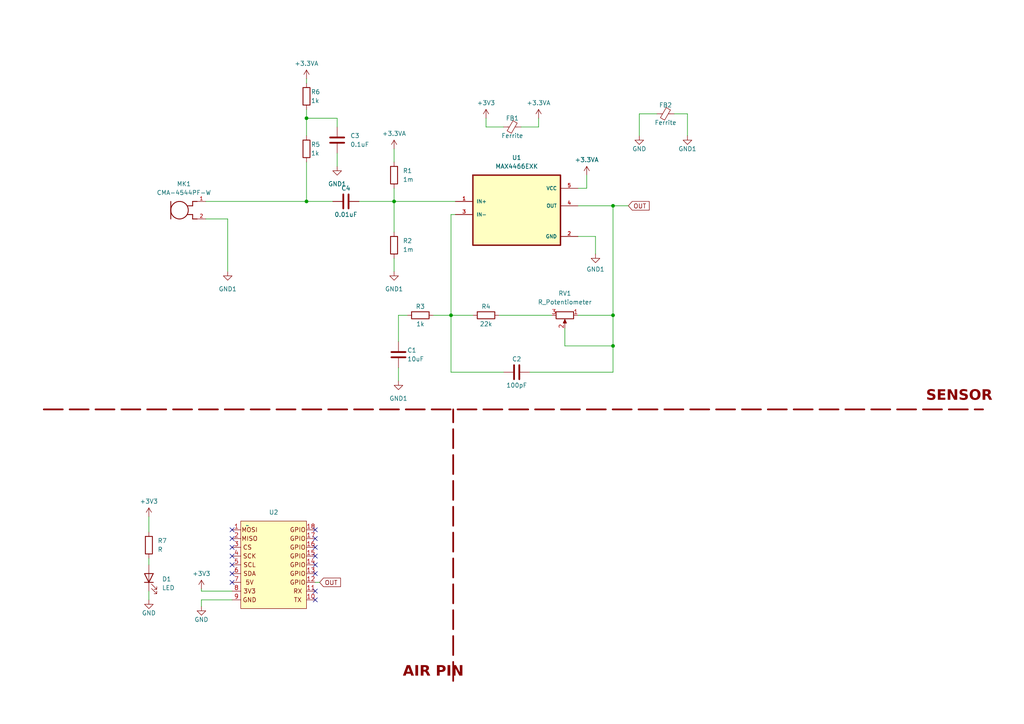
<source format=kicad_sch>
(kicad_sch (version 20230121) (generator eeschema)

  (uuid fe4f5b37-a74a-4cf3-938f-e1a8e5f5b93d)

  (paper "A4")

  (lib_symbols
    (symbol "CMA-4544PF-W:CMA-4544PF-W" (pin_names (offset 1.016)) (in_bom yes) (on_board yes)
      (property "Reference" "MK" (at -2.5409 3.8113 0)
        (effects (font (size 1.27 1.27)) (justify left bottom))
      )
      (property "Value" "CMA-4544PF-W" (at -2.5411 -6.3527 0)
        (effects (font (size 1.27 1.27)) (justify left bottom))
      )
      (property "Footprint" "MIC_CMA-4544PF-W" (at 0 0 0)
        (effects (font (size 1.27 1.27)) (justify bottom) hide)
      )
      (property "Datasheet" "" (at 0 0 0)
        (effects (font (size 1.27 1.27)) hide)
      )
      (property "MF" "CUI Inc." (at 0 0 0)
        (effects (font (size 1.27 1.27)) (justify bottom) hide)
      )
      (property "DESCRIPTION" "9.7 mm, Omnidirectional, PCB Mount, 3.0 Vdc, Electret Condenser Microphone" (at 0 0 0)
        (effects (font (size 1.27 1.27)) (justify bottom) hide)
      )
      (property "PACKAGE" "6-DIP-6 CUI" (at 0 0 0)
        (effects (font (size 1.27 1.27)) (justify bottom) hide)
      )
      (property "PRICE" "None" (at 0 0 0)
        (effects (font (size 1.27 1.27)) (justify bottom) hide)
      )
      (property "CUI_PURCHASE_URL" "https://www.cui.com/product/audio/microphones/electret-condenser-microphones/cma-4544pf-w?utm_source=snapeda.com&utm_medium=referral&utm_campaign=snapedaBOM" (at 0 0 0)
        (effects (font (size 1.27 1.27)) (justify bottom) hide)
      )
      (property "MP" "CMA-4544PF-W" (at 0 0 0)
        (effects (font (size 1.27 1.27)) (justify bottom) hide)
      )
      (property "AVAILABILITY" "Unavailable" (at 0 0 0)
        (effects (font (size 1.27 1.27)) (justify bottom) hide)
      )
      (symbol "CMA-4544PF-W_0_0"
        (polyline
          (pts
            (xy -2.54 2.54)
            (xy -2.54 -2.54)
          )
          (stroke (width 0.254) (type default))
          (fill (type none))
        )
        (polyline
          (pts
            (xy 3.81 -2.54)
            (xy 3.81 -1.27)
          )
          (stroke (width 0.254) (type default))
          (fill (type none))
        )
        (polyline
          (pts
            (xy 3.81 -1.27)
            (xy 2.2352 -1.27)
          )
          (stroke (width 0.254) (type default))
          (fill (type none))
        )
        (polyline
          (pts
            (xy 3.81 1.27)
            (xy 2.2352 1.27)
          )
          (stroke (width 0.254) (type default))
          (fill (type none))
        )
        (polyline
          (pts
            (xy 3.81 2.54)
            (xy 3.81 1.27)
          )
          (stroke (width 0.254) (type default))
          (fill (type none))
        )
        (polyline
          (pts
            (xy 5.08 -2.54)
            (xy 3.81 -2.54)
          )
          (stroke (width 0.254) (type default))
          (fill (type none))
        )
        (polyline
          (pts
            (xy 5.08 2.54)
            (xy 3.81 2.54)
          )
          (stroke (width 0.254) (type default))
          (fill (type none))
        )
        (circle (center 0 0) (radius 2.54)
          (stroke (width 0.254) (type default))
          (fill (type none))
        )
        (pin output line (at 7.62 2.54 180) (length 2.54)
          (name "~" (effects (font (size 1.016 1.016))))
          (number "1" (effects (font (size 1.016 1.016))))
        )
        (pin power_in line (at 7.62 -2.54 180) (length 2.54)
          (name "~" (effects (font (size 1.016 1.016))))
          (number "2" (effects (font (size 1.016 1.016))))
        )
      )
    )
    (symbol "Device:C" (pin_numbers hide) (pin_names (offset 0.254)) (in_bom yes) (on_board yes)
      (property "Reference" "C" (at 0.635 2.54 0)
        (effects (font (size 1.27 1.27)) (justify left))
      )
      (property "Value" "C" (at 0.635 -2.54 0)
        (effects (font (size 1.27 1.27)) (justify left))
      )
      (property "Footprint" "" (at 0.9652 -3.81 0)
        (effects (font (size 1.27 1.27)) hide)
      )
      (property "Datasheet" "~" (at 0 0 0)
        (effects (font (size 1.27 1.27)) hide)
      )
      (property "ki_keywords" "cap capacitor" (at 0 0 0)
        (effects (font (size 1.27 1.27)) hide)
      )
      (property "ki_description" "Unpolarized capacitor" (at 0 0 0)
        (effects (font (size 1.27 1.27)) hide)
      )
      (property "ki_fp_filters" "C_*" (at 0 0 0)
        (effects (font (size 1.27 1.27)) hide)
      )
      (symbol "C_0_1"
        (polyline
          (pts
            (xy -2.032 -0.762)
            (xy 2.032 -0.762)
          )
          (stroke (width 0.508) (type default))
          (fill (type none))
        )
        (polyline
          (pts
            (xy -2.032 0.762)
            (xy 2.032 0.762)
          )
          (stroke (width 0.508) (type default))
          (fill (type none))
        )
      )
      (symbol "C_1_1"
        (pin passive line (at 0 3.81 270) (length 2.794)
          (name "~" (effects (font (size 1.27 1.27))))
          (number "1" (effects (font (size 1.27 1.27))))
        )
        (pin passive line (at 0 -3.81 90) (length 2.794)
          (name "~" (effects (font (size 1.27 1.27))))
          (number "2" (effects (font (size 1.27 1.27))))
        )
      )
    )
    (symbol "Device:FerriteBead_Small" (pin_numbers hide) (pin_names (offset 0)) (in_bom yes) (on_board yes)
      (property "Reference" "FB" (at 1.905 1.27 0)
        (effects (font (size 1.27 1.27)) (justify left))
      )
      (property "Value" "FerriteBead_Small" (at 1.905 -1.27 0)
        (effects (font (size 1.27 1.27)) (justify left))
      )
      (property "Footprint" "" (at -1.778 0 90)
        (effects (font (size 1.27 1.27)) hide)
      )
      (property "Datasheet" "~" (at 0 0 0)
        (effects (font (size 1.27 1.27)) hide)
      )
      (property "ki_keywords" "L ferrite bead inductor filter" (at 0 0 0)
        (effects (font (size 1.27 1.27)) hide)
      )
      (property "ki_description" "Ferrite bead, small symbol" (at 0 0 0)
        (effects (font (size 1.27 1.27)) hide)
      )
      (property "ki_fp_filters" "Inductor_* L_* *Ferrite*" (at 0 0 0)
        (effects (font (size 1.27 1.27)) hide)
      )
      (symbol "FerriteBead_Small_0_1"
        (polyline
          (pts
            (xy 0 -1.27)
            (xy 0 -0.7874)
          )
          (stroke (width 0) (type default))
          (fill (type none))
        )
        (polyline
          (pts
            (xy 0 0.889)
            (xy 0 1.2954)
          )
          (stroke (width 0) (type default))
          (fill (type none))
        )
        (polyline
          (pts
            (xy -1.8288 0.2794)
            (xy -1.1176 1.4986)
            (xy 1.8288 -0.2032)
            (xy 1.1176 -1.4224)
            (xy -1.8288 0.2794)
          )
          (stroke (width 0) (type default))
          (fill (type none))
        )
      )
      (symbol "FerriteBead_Small_1_1"
        (pin passive line (at 0 2.54 270) (length 1.27)
          (name "~" (effects (font (size 1.27 1.27))))
          (number "1" (effects (font (size 1.27 1.27))))
        )
        (pin passive line (at 0 -2.54 90) (length 1.27)
          (name "~" (effects (font (size 1.27 1.27))))
          (number "2" (effects (font (size 1.27 1.27))))
        )
      )
    )
    (symbol "Device:LED" (pin_numbers hide) (pin_names (offset 1.016) hide) (in_bom yes) (on_board yes)
      (property "Reference" "D" (at 0 2.54 0)
        (effects (font (size 1.27 1.27)))
      )
      (property "Value" "LED" (at 0 -2.54 0)
        (effects (font (size 1.27 1.27)))
      )
      (property "Footprint" "" (at 0 0 0)
        (effects (font (size 1.27 1.27)) hide)
      )
      (property "Datasheet" "~" (at 0 0 0)
        (effects (font (size 1.27 1.27)) hide)
      )
      (property "ki_keywords" "LED diode" (at 0 0 0)
        (effects (font (size 1.27 1.27)) hide)
      )
      (property "ki_description" "Light emitting diode" (at 0 0 0)
        (effects (font (size 1.27 1.27)) hide)
      )
      (property "ki_fp_filters" "LED* LED_SMD:* LED_THT:*" (at 0 0 0)
        (effects (font (size 1.27 1.27)) hide)
      )
      (symbol "LED_0_1"
        (polyline
          (pts
            (xy -1.27 -1.27)
            (xy -1.27 1.27)
          )
          (stroke (width 0.254) (type default))
          (fill (type none))
        )
        (polyline
          (pts
            (xy -1.27 0)
            (xy 1.27 0)
          )
          (stroke (width 0) (type default))
          (fill (type none))
        )
        (polyline
          (pts
            (xy 1.27 -1.27)
            (xy 1.27 1.27)
            (xy -1.27 0)
            (xy 1.27 -1.27)
          )
          (stroke (width 0.254) (type default))
          (fill (type none))
        )
        (polyline
          (pts
            (xy -3.048 -0.762)
            (xy -4.572 -2.286)
            (xy -3.81 -2.286)
            (xy -4.572 -2.286)
            (xy -4.572 -1.524)
          )
          (stroke (width 0) (type default))
          (fill (type none))
        )
        (polyline
          (pts
            (xy -1.778 -0.762)
            (xy -3.302 -2.286)
            (xy -2.54 -2.286)
            (xy -3.302 -2.286)
            (xy -3.302 -1.524)
          )
          (stroke (width 0) (type default))
          (fill (type none))
        )
      )
      (symbol "LED_1_1"
        (pin passive line (at -3.81 0 0) (length 2.54)
          (name "K" (effects (font (size 1.27 1.27))))
          (number "1" (effects (font (size 1.27 1.27))))
        )
        (pin passive line (at 3.81 0 180) (length 2.54)
          (name "A" (effects (font (size 1.27 1.27))))
          (number "2" (effects (font (size 1.27 1.27))))
        )
      )
    )
    (symbol "Device:R" (pin_numbers hide) (pin_names (offset 0)) (in_bom yes) (on_board yes)
      (property "Reference" "R" (at 2.032 0 90)
        (effects (font (size 1.27 1.27)))
      )
      (property "Value" "R" (at 0 0 90)
        (effects (font (size 1.27 1.27)))
      )
      (property "Footprint" "" (at -1.778 0 90)
        (effects (font (size 1.27 1.27)) hide)
      )
      (property "Datasheet" "~" (at 0 0 0)
        (effects (font (size 1.27 1.27)) hide)
      )
      (property "ki_keywords" "R res resistor" (at 0 0 0)
        (effects (font (size 1.27 1.27)) hide)
      )
      (property "ki_description" "Resistor" (at 0 0 0)
        (effects (font (size 1.27 1.27)) hide)
      )
      (property "ki_fp_filters" "R_*" (at 0 0 0)
        (effects (font (size 1.27 1.27)) hide)
      )
      (symbol "R_0_1"
        (rectangle (start -1.016 -2.54) (end 1.016 2.54)
          (stroke (width 0.254) (type default))
          (fill (type none))
        )
      )
      (symbol "R_1_1"
        (pin passive line (at 0 3.81 270) (length 1.27)
          (name "~" (effects (font (size 1.27 1.27))))
          (number "1" (effects (font (size 1.27 1.27))))
        )
        (pin passive line (at 0 -3.81 90) (length 1.27)
          (name "~" (effects (font (size 1.27 1.27))))
          (number "2" (effects (font (size 1.27 1.27))))
        )
      )
    )
    (symbol "Device:R_Potentiometer" (pin_names (offset 1.016) hide) (in_bom yes) (on_board yes)
      (property "Reference" "RV" (at -4.445 0 90)
        (effects (font (size 1.27 1.27)))
      )
      (property "Value" "R_Potentiometer" (at -2.54 0 90)
        (effects (font (size 1.27 1.27)))
      )
      (property "Footprint" "" (at 0 0 0)
        (effects (font (size 1.27 1.27)) hide)
      )
      (property "Datasheet" "~" (at 0 0 0)
        (effects (font (size 1.27 1.27)) hide)
      )
      (property "ki_keywords" "resistor variable" (at 0 0 0)
        (effects (font (size 1.27 1.27)) hide)
      )
      (property "ki_description" "Potentiometer" (at 0 0 0)
        (effects (font (size 1.27 1.27)) hide)
      )
      (property "ki_fp_filters" "Potentiometer*" (at 0 0 0)
        (effects (font (size 1.27 1.27)) hide)
      )
      (symbol "R_Potentiometer_0_1"
        (polyline
          (pts
            (xy 2.54 0)
            (xy 1.524 0)
          )
          (stroke (width 0) (type default))
          (fill (type none))
        )
        (polyline
          (pts
            (xy 1.143 0)
            (xy 2.286 0.508)
            (xy 2.286 -0.508)
            (xy 1.143 0)
          )
          (stroke (width 0) (type default))
          (fill (type outline))
        )
        (rectangle (start 1.016 2.54) (end -1.016 -2.54)
          (stroke (width 0.254) (type default))
          (fill (type none))
        )
      )
      (symbol "R_Potentiometer_1_1"
        (pin passive line (at 0 3.81 270) (length 1.27)
          (name "1" (effects (font (size 1.27 1.27))))
          (number "1" (effects (font (size 1.27 1.27))))
        )
        (pin passive line (at 3.81 0 180) (length 1.27)
          (name "2" (effects (font (size 1.27 1.27))))
          (number "2" (effects (font (size 1.27 1.27))))
        )
        (pin passive line (at 0 -3.81 90) (length 1.27)
          (name "3" (effects (font (size 1.27 1.27))))
          (number "3" (effects (font (size 1.27 1.27))))
        )
      )
    )
    (symbol "MAX4466EXK:MAX4466EXK" (pin_names (offset 1.016)) (in_bom yes) (on_board yes)
      (property "Reference" "U1" (at 0 15.24 0)
        (effects (font (size 1.27 1.27)))
      )
      (property "Value" "MAX4466EXK" (at 0 12.7 0)
        (effects (font (size 1.27 1.27)))
      )
      (property "Footprint" "SOT65P210X110-5N" (at 0 0 0)
        (effects (font (size 1.27 1.27)) (justify bottom) hide)
      )
      (property "Datasheet" "" (at 0 0 0)
        (effects (font (size 1.27 1.27)) hide)
      )
      (symbol "MAX4466EXK_0_0"
        (rectangle (start -12.7 -10.16) (end 12.7 10.16)
          (stroke (width 0.41) (type default))
          (fill (type background))
        )
        (pin input line (at -17.78 2.54 0) (length 5.08)
          (name "IN+" (effects (font (size 1.016 1.016))))
          (number "1" (effects (font (size 1.016 1.016))))
        )
        (pin power_in line (at 17.78 -7.62 180) (length 5.08)
          (name "GND" (effects (font (size 1.016 1.016))))
          (number "2" (effects (font (size 1.016 1.016))))
        )
        (pin output line (at 17.78 1.27 180) (length 5.08)
          (name "OUT" (effects (font (size 1.016 1.016))))
          (number "4" (effects (font (size 1.016 1.016))))
        )
        (pin power_in line (at 17.78 6.35 180) (length 5.08)
          (name "VCC" (effects (font (size 1.016 1.016))))
          (number "5" (effects (font (size 1.016 1.016))))
        )
      )
      (symbol "MAX4466EXK_1_0"
        (pin input line (at -17.78 -1.27 0) (length 5.08)
          (name "IN-" (effects (font (size 1.016 1.016))))
          (number "3" (effects (font (size 1.016 1.016))))
        )
      )
    )
    (symbol "moduler_pin:air" (in_bom yes) (on_board yes)
      (property "Reference" "U" (at 7.62 2.54 0)
        (effects (font (size 1.27 1.27)))
      )
      (property "Value" "" (at 0 0 0)
        (effects (font (size 1.27 1.27)))
      )
      (property "Footprint" "" (at 0 0 0)
        (effects (font (size 1.27 1.27)) hide)
      )
      (property "Datasheet" "" (at 0 0 0)
        (effects (font (size 1.27 1.27)) hide)
      )
      (symbol "air_1_1"
        (rectangle (start -1.905 1.27) (end 17.145 -24.13)
          (stroke (width 0) (type default))
          (fill (type background))
        )
        (text "3V3" (at 0.635 -19.05 0)
          (effects (font (size 1.27 1.27)))
        )
        (text "5V" (at 0.635 -16.51 0)
          (effects (font (size 1.27 1.27)))
        )
        (text "CS" (at 0 -6.35 0)
          (effects (font (size 1.27 1.27)))
        )
        (text "GND" (at 0.635 -21.59 0)
          (effects (font (size 1.27 1.27)))
        )
        (text "GPIO" (at 14.605 -16.51 0)
          (effects (font (size 1.27 1.27)))
        )
        (text "GPIO" (at 14.605 -13.97 0)
          (effects (font (size 1.27 1.27)))
        )
        (text "GPIO" (at 14.605 -11.43 0)
          (effects (font (size 1.27 1.27)))
        )
        (text "GPIO" (at 14.605 -8.89 0)
          (effects (font (size 1.27 1.27)))
        )
        (text "GPIO" (at 14.605 -6.35 0)
          (effects (font (size 1.27 1.27)))
        )
        (text "GPIO" (at 14.605 -3.81 0)
          (effects (font (size 1.27 1.27)))
        )
        (text "GPIO" (at 14.605 -1.27 0)
          (effects (font (size 1.27 1.27)))
        )
        (text "MISO" (at 0.635 -3.81 0)
          (effects (font (size 1.27 1.27)))
        )
        (text "MOSI" (at 0.635 -1.27 0)
          (effects (font (size 1.27 1.27)))
        )
        (text "RX" (at 14.605 -19.05 0)
          (effects (font (size 1.27 1.27)))
        )
        (text "SCK" (at 0.635 -8.89 0)
          (effects (font (size 1.27 1.27)))
        )
        (text "SCL" (at 0.635 -11.43 0)
          (effects (font (size 1.27 1.27)))
        )
        (text "SDA" (at 0.635 -13.97 0)
          (effects (font (size 1.27 1.27)))
        )
        (text "TX" (at 14.605 -21.59 0)
          (effects (font (size 1.27 1.27)))
        )
        (pin input line (at -4.445 -1.27 0) (length 2.54)
          (name "" (effects (font (size 1.27 1.27))))
          (number "1" (effects (font (size 1.27 1.27))))
        )
        (pin input line (at 19.685 -21.59 180) (length 2.54)
          (name "" (effects (font (size 1.27 1.27))))
          (number "10" (effects (font (size 1.27 1.27))))
        )
        (pin input line (at 19.685 -19.05 180) (length 2.54)
          (name "" (effects (font (size 1.27 1.27))))
          (number "11" (effects (font (size 1.27 1.27))))
        )
        (pin input line (at 19.685 -16.51 180) (length 2.54)
          (name "" (effects (font (size 1.27 1.27))))
          (number "12" (effects (font (size 1.27 1.27))))
        )
        (pin input line (at 19.685 -13.97 180) (length 2.54)
          (name "" (effects (font (size 1.27 1.27))))
          (number "13" (effects (font (size 1.27 1.27))))
        )
        (pin input line (at 19.685 -11.43 180) (length 2.54)
          (name "" (effects (font (size 1.27 1.27))))
          (number "14" (effects (font (size 1.27 1.27))))
        )
        (pin input line (at 19.685 -8.89 180) (length 2.54)
          (name "" (effects (font (size 1.27 1.27))))
          (number "15" (effects (font (size 1.27 1.27))))
        )
        (pin input line (at 19.685 -6.35 180) (length 2.54)
          (name "" (effects (font (size 1.27 1.27))))
          (number "16" (effects (font (size 1.27 1.27))))
        )
        (pin input line (at 19.685 -3.81 180) (length 2.54)
          (name "" (effects (font (size 1.27 1.27))))
          (number "17" (effects (font (size 1.27 1.27))))
        )
        (pin input line (at 19.685 -1.27 180) (length 2.54)
          (name "" (effects (font (size 1.27 1.27))))
          (number "18" (effects (font (size 1.27 1.27))))
        )
        (pin input line (at -4.445 -3.81 0) (length 2.54)
          (name "" (effects (font (size 1.27 1.27))))
          (number "2" (effects (font (size 1.27 1.27))))
        )
        (pin input line (at -4.445 -6.35 0) (length 2.54)
          (name "" (effects (font (size 1.27 1.27))))
          (number "3" (effects (font (size 1.27 1.27))))
        )
        (pin input line (at -4.445 -8.89 0) (length 2.54)
          (name "" (effects (font (size 1.27 1.27))))
          (number "4" (effects (font (size 1.27 1.27))))
        )
        (pin input line (at -4.445 -11.43 0) (length 2.54)
          (name "" (effects (font (size 1.27 1.27))))
          (number "5" (effects (font (size 1.27 1.27))))
        )
        (pin input line (at -4.445 -13.97 0) (length 2.54)
          (name "" (effects (font (size 1.27 1.27))))
          (number "6" (effects (font (size 1.27 1.27))))
        )
        (pin input line (at -4.445 -16.51 0) (length 2.54)
          (name "" (effects (font (size 1.27 1.27))))
          (number "7" (effects (font (size 1.27 1.27))))
        )
        (pin input line (at -4.445 -19.05 0) (length 2.54)
          (name "" (effects (font (size 1.27 1.27))))
          (number "8" (effects (font (size 1.27 1.27))))
        )
        (pin input line (at -4.445 -21.59 0) (length 2.54)
          (name "" (effects (font (size 1.27 1.27))))
          (number "9" (effects (font (size 1.27 1.27))))
        )
      )
    )
    (symbol "power:+3.3VA" (power) (pin_names (offset 0)) (in_bom yes) (on_board yes)
      (property "Reference" "#PWR" (at 0 -3.81 0)
        (effects (font (size 1.27 1.27)) hide)
      )
      (property "Value" "+3.3VA" (at 0 3.556 0)
        (effects (font (size 1.27 1.27)))
      )
      (property "Footprint" "" (at 0 0 0)
        (effects (font (size 1.27 1.27)) hide)
      )
      (property "Datasheet" "" (at 0 0 0)
        (effects (font (size 1.27 1.27)) hide)
      )
      (property "ki_keywords" "global power" (at 0 0 0)
        (effects (font (size 1.27 1.27)) hide)
      )
      (property "ki_description" "Power symbol creates a global label with name \"+3.3VA\"" (at 0 0 0)
        (effects (font (size 1.27 1.27)) hide)
      )
      (symbol "+3.3VA_0_1"
        (polyline
          (pts
            (xy -0.762 1.27)
            (xy 0 2.54)
          )
          (stroke (width 0) (type default))
          (fill (type none))
        )
        (polyline
          (pts
            (xy 0 0)
            (xy 0 2.54)
          )
          (stroke (width 0) (type default))
          (fill (type none))
        )
        (polyline
          (pts
            (xy 0 2.54)
            (xy 0.762 1.27)
          )
          (stroke (width 0) (type default))
          (fill (type none))
        )
      )
      (symbol "+3.3VA_1_1"
        (pin power_in line (at 0 0 90) (length 0) hide
          (name "+3.3VA" (effects (font (size 1.27 1.27))))
          (number "1" (effects (font (size 1.27 1.27))))
        )
      )
    )
    (symbol "power:+3V3" (power) (pin_names (offset 0)) (in_bom yes) (on_board yes)
      (property "Reference" "#PWR" (at 0 -3.81 0)
        (effects (font (size 1.27 1.27)) hide)
      )
      (property "Value" "+3V3" (at 0 3.556 0)
        (effects (font (size 1.27 1.27)))
      )
      (property "Footprint" "" (at 0 0 0)
        (effects (font (size 1.27 1.27)) hide)
      )
      (property "Datasheet" "" (at 0 0 0)
        (effects (font (size 1.27 1.27)) hide)
      )
      (property "ki_keywords" "global power" (at 0 0 0)
        (effects (font (size 1.27 1.27)) hide)
      )
      (property "ki_description" "Power symbol creates a global label with name \"+3V3\"" (at 0 0 0)
        (effects (font (size 1.27 1.27)) hide)
      )
      (symbol "+3V3_0_1"
        (polyline
          (pts
            (xy -0.762 1.27)
            (xy 0 2.54)
          )
          (stroke (width 0) (type default))
          (fill (type none))
        )
        (polyline
          (pts
            (xy 0 0)
            (xy 0 2.54)
          )
          (stroke (width 0) (type default))
          (fill (type none))
        )
        (polyline
          (pts
            (xy 0 2.54)
            (xy 0.762 1.27)
          )
          (stroke (width 0) (type default))
          (fill (type none))
        )
      )
      (symbol "+3V3_1_1"
        (pin power_in line (at 0 0 90) (length 0) hide
          (name "+3V3" (effects (font (size 1.27 1.27))))
          (number "1" (effects (font (size 1.27 1.27))))
        )
      )
    )
    (symbol "power:GND" (power) (pin_names (offset 0)) (in_bom yes) (on_board yes)
      (property "Reference" "#PWR" (at 0 -6.35 0)
        (effects (font (size 1.27 1.27)) hide)
      )
      (property "Value" "GND" (at 0 -3.81 0)
        (effects (font (size 1.27 1.27)))
      )
      (property "Footprint" "" (at 0 0 0)
        (effects (font (size 1.27 1.27)) hide)
      )
      (property "Datasheet" "" (at 0 0 0)
        (effects (font (size 1.27 1.27)) hide)
      )
      (property "ki_keywords" "global power" (at 0 0 0)
        (effects (font (size 1.27 1.27)) hide)
      )
      (property "ki_description" "Power symbol creates a global label with name \"GND\" , ground" (at 0 0 0)
        (effects (font (size 1.27 1.27)) hide)
      )
      (symbol "GND_0_1"
        (polyline
          (pts
            (xy 0 0)
            (xy 0 -1.27)
            (xy 1.27 -1.27)
            (xy 0 -2.54)
            (xy -1.27 -1.27)
            (xy 0 -1.27)
          )
          (stroke (width 0) (type default))
          (fill (type none))
        )
      )
      (symbol "GND_1_1"
        (pin power_in line (at 0 0 270) (length 0) hide
          (name "GND" (effects (font (size 1.27 1.27))))
          (number "1" (effects (font (size 1.27 1.27))))
        )
      )
    )
    (symbol "power:GND1" (power) (pin_names (offset 0)) (in_bom yes) (on_board yes)
      (property "Reference" "#PWR" (at 0 -6.35 0)
        (effects (font (size 1.27 1.27)) hide)
      )
      (property "Value" "GND1" (at 0 -3.81 0)
        (effects (font (size 1.27 1.27)))
      )
      (property "Footprint" "" (at 0 0 0)
        (effects (font (size 1.27 1.27)) hide)
      )
      (property "Datasheet" "" (at 0 0 0)
        (effects (font (size 1.27 1.27)) hide)
      )
      (property "ki_keywords" "global power" (at 0 0 0)
        (effects (font (size 1.27 1.27)) hide)
      )
      (property "ki_description" "Power symbol creates a global label with name \"GND1\" , ground" (at 0 0 0)
        (effects (font (size 1.27 1.27)) hide)
      )
      (symbol "GND1_0_1"
        (polyline
          (pts
            (xy 0 0)
            (xy 0 -1.27)
            (xy 1.27 -1.27)
            (xy 0 -2.54)
            (xy -1.27 -1.27)
            (xy 0 -1.27)
          )
          (stroke (width 0) (type default))
          (fill (type none))
        )
      )
      (symbol "GND1_1_1"
        (pin power_in line (at 0 0 270) (length 0) hide
          (name "GND1" (effects (font (size 1.27 1.27))))
          (number "1" (effects (font (size 1.27 1.27))))
        )
      )
    )
  )

  (junction (at 114.3 58.42) (diameter 0) (color 0 0 0 0)
    (uuid 026c2919-2b30-4963-bb1a-0fef8dc75c66)
  )
  (junction (at 177.8 100.33) (diameter 0) (color 0 0 0 0)
    (uuid 0ac23bac-1193-4d38-9e18-1b0ef5eb40a6)
  )
  (junction (at 177.8 59.69) (diameter 0) (color 0 0 0 0)
    (uuid 38444ff8-a720-4068-802a-9d001a8bd921)
  )
  (junction (at 88.9 58.42) (diameter 0) (color 0 0 0 0)
    (uuid 8b76124c-1622-4d08-882c-9e81a2cba29e)
  )
  (junction (at 130.81 91.44) (diameter 0) (color 0 0 0 0)
    (uuid 990ed54d-ecf3-42b9-acbf-0df6e23072ce)
  )
  (junction (at 88.9 34.29) (diameter 0) (color 0 0 0 0)
    (uuid ad3223de-704d-4c4a-a230-acbd31787439)
  )
  (junction (at 177.8 91.44) (diameter 0) (color 0 0 0 0)
    (uuid ce0bdf2e-b106-4423-b33d-d41607ab5dbc)
  )

  (no_connect (at 91.44 166.37) (uuid 00af0a75-5d6f-4b42-bb9c-914230948567))
  (no_connect (at 91.44 163.83) (uuid 0771f167-1371-415d-97f3-e65866a8aab3))
  (no_connect (at 91.44 153.67) (uuid 14fa109e-2dbd-4045-9fca-1ad54d5c45a5))
  (no_connect (at 67.31 156.21) (uuid 27818f7b-1899-4b23-9c0a-6670360137d3))
  (no_connect (at 91.44 158.75) (uuid 2930ee78-680a-404d-bdc8-bc113b89a348))
  (no_connect (at 67.31 161.29) (uuid 3aeb497e-3ac8-40bc-ba39-f93215df09aa))
  (no_connect (at 67.31 158.75) (uuid 53ce8306-2dac-46c3-9cb1-1fb40c75e784))
  (no_connect (at 91.44 161.29) (uuid 586476a1-1910-4996-bbc6-9acbbfef60fc))
  (no_connect (at 91.44 173.99) (uuid 6644cc61-cea9-48c8-bacc-207ebf32487a))
  (no_connect (at 91.44 156.21) (uuid 77790154-d8e3-4ee6-8c02-29b3efcca4bb))
  (no_connect (at 67.31 163.83) (uuid 92e8421b-a58a-4240-9414-3bba7e3b41b2))
  (no_connect (at 67.31 153.67) (uuid a40a1173-8ce0-406f-9a25-9ba5deb11edb))
  (no_connect (at 91.44 171.45) (uuid a705dc08-c062-4320-92f6-28ad1e133b43))
  (no_connect (at 67.31 166.37) (uuid a7bcd992-b766-433b-b888-856bc14e1a55))
  (no_connect (at 67.31 168.91) (uuid ab9792e4-1ed3-439d-a082-39ac911fd043))

  (wire (pts (xy 177.8 91.44) (xy 177.8 59.69))
    (stroke (width 0) (type default))
    (uuid 074798ca-632e-4699-bce6-7d140aff5674)
  )
  (wire (pts (xy 163.83 95.25) (xy 163.83 100.33))
    (stroke (width 0) (type default))
    (uuid 0ab1a675-581b-47bc-b6e0-987e60a27058)
  )
  (wire (pts (xy 114.3 58.42) (xy 114.3 54.61))
    (stroke (width 0) (type default))
    (uuid 0cf9e03c-21c3-47bc-b7ce-af753ee240be)
  )
  (wire (pts (xy 88.9 46.99) (xy 88.9 58.42))
    (stroke (width 0) (type default))
    (uuid 14d507d9-4833-4f3e-90c8-d0b23891fb4d)
  )
  (wire (pts (xy 43.18 161.925) (xy 43.18 163.83))
    (stroke (width 0) (type default))
    (uuid 18c25f84-08f5-40fe-82a1-a5c46a233754)
  )
  (wire (pts (xy 58.42 170.815) (xy 58.42 171.45))
    (stroke (width 0) (type default))
    (uuid 29aa0790-a6a2-4b33-ad79-92103282ef8d)
  )
  (wire (pts (xy 156.21 36.83) (xy 151.13 36.83))
    (stroke (width 0) (type default))
    (uuid 2ae42e8e-cd6d-453b-9dd7-e1c6c5569db0)
  )
  (wire (pts (xy 88.9 58.42) (xy 96.52 58.42))
    (stroke (width 0) (type default))
    (uuid 37254408-b8f0-431d-9762-0db16e02fbbf)
  )
  (wire (pts (xy 153.67 107.95) (xy 177.8 107.95))
    (stroke (width 0) (type default))
    (uuid 38d71a52-57c8-4fd3-9d96-6707119eaa9b)
  )
  (wire (pts (xy 195.58 33.02) (xy 199.39 33.02))
    (stroke (width 0) (type default))
    (uuid 3abce8c3-3a51-4321-96ff-f7bdffe76610)
  )
  (wire (pts (xy 58.42 171.45) (xy 67.31 171.45))
    (stroke (width 0) (type default))
    (uuid 3c0a9ce4-b8de-4924-8b52-bc946d280786)
  )
  (wire (pts (xy 88.9 22.86) (xy 88.9 24.13))
    (stroke (width 0) (type default))
    (uuid 422599e4-367d-4e87-8df8-e0d9f75641d4)
  )
  (wire (pts (xy 177.8 107.95) (xy 177.8 100.33))
    (stroke (width 0) (type default))
    (uuid 4e426d1f-c480-4976-811e-3a8a36c5f1b3)
  )
  (wire (pts (xy 170.18 54.61) (xy 167.64 54.61))
    (stroke (width 0) (type default))
    (uuid 53459f21-d07c-442d-ba1b-ac3a5e55b170)
  )
  (wire (pts (xy 132.08 62.23) (xy 130.81 62.23))
    (stroke (width 0) (type default))
    (uuid 571bd0aa-0948-4ad5-9c18-7e6cdef59d85)
  )
  (wire (pts (xy 118.11 91.44) (xy 115.57 91.44))
    (stroke (width 0) (type default))
    (uuid 5757ca91-795a-4f55-aa42-07960c4aac30)
  )
  (wire (pts (xy 88.9 31.75) (xy 88.9 34.29))
    (stroke (width 0) (type default))
    (uuid 5787cad1-da6b-4f75-82eb-f9431da3766b)
  )
  (wire (pts (xy 144.78 91.44) (xy 160.02 91.44))
    (stroke (width 0) (type default))
    (uuid 5ae10deb-8e68-4f04-ad59-a6a0135d19db)
  )
  (wire (pts (xy 115.57 91.44) (xy 115.57 99.06))
    (stroke (width 0) (type default))
    (uuid 5c4b0bfe-02dd-4f85-849d-c83aa1b45800)
  )
  (wire (pts (xy 114.3 58.42) (xy 114.3 67.31))
    (stroke (width 0) (type default))
    (uuid 5dd4b1a1-db6b-49b2-b935-22e0177a6c62)
  )
  (wire (pts (xy 156.21 34.29) (xy 156.21 36.83))
    (stroke (width 0) (type default))
    (uuid 5e42e5ca-70ef-4e19-9548-eb3677eeb156)
  )
  (wire (pts (xy 185.42 33.02) (xy 185.42 39.37))
    (stroke (width 0) (type default))
    (uuid 61e38f9b-f1b3-4f8e-8eb9-ddc91e7c729b)
  )
  (wire (pts (xy 125.73 91.44) (xy 130.81 91.44))
    (stroke (width 0) (type default))
    (uuid 6411786f-67e4-4106-a868-b66fdc3a6564)
  )
  (wire (pts (xy 130.81 91.44) (xy 137.16 91.44))
    (stroke (width 0) (type default))
    (uuid 646d1a93-51e5-4f3e-a624-4627262d7fd5)
  )
  (wire (pts (xy 177.8 59.69) (xy 182.245 59.69))
    (stroke (width 0) (type default))
    (uuid 6fbe396c-3a91-48ba-aace-f716459425e4)
  )
  (polyline (pts (xy 12.7 118.745) (xy 285.115 118.745))
    (stroke (width 0.5) (type dash) (color 132 0 0 1))
    (uuid 6fe0cc6e-71da-4ae6-8c29-259083481a58)
  )

  (wire (pts (xy 130.81 62.23) (xy 130.81 91.44))
    (stroke (width 0) (type default))
    (uuid 75f9166b-96b1-4c26-8b29-3a193dec5246)
  )
  (wire (pts (xy 59.69 63.5) (xy 66.04 63.5))
    (stroke (width 0) (type default))
    (uuid 7fb7e802-bf04-417e-a9d9-40eba165a469)
  )
  (wire (pts (xy 58.42 175.895) (xy 58.42 173.99))
    (stroke (width 0) (type default))
    (uuid 8274e79d-f090-4b2b-a90c-3ca7ea78bb02)
  )
  (wire (pts (xy 114.3 43.18) (xy 114.3 46.99))
    (stroke (width 0) (type default))
    (uuid 89330c9a-2994-47fd-9dcb-4b801061f481)
  )
  (wire (pts (xy 43.18 173.99) (xy 43.18 171.45))
    (stroke (width 0) (type default))
    (uuid 8af83f34-1242-46b2-a644-2863012aff03)
  )
  (wire (pts (xy 59.69 58.42) (xy 88.9 58.42))
    (stroke (width 0) (type default))
    (uuid 8dd1c5a8-ea24-4919-a8c2-c1394e006224)
  )
  (wire (pts (xy 177.8 100.33) (xy 177.8 91.44))
    (stroke (width 0) (type default))
    (uuid 8ec53833-508a-49cd-9746-8f9b82258ac7)
  )
  (wire (pts (xy 199.39 33.02) (xy 199.39 39.37))
    (stroke (width 0) (type default))
    (uuid 9121da23-f889-4a41-9341-863b70a8328d)
  )
  (wire (pts (xy 43.18 149.86) (xy 43.18 154.305))
    (stroke (width 0) (type default))
    (uuid 93459e30-dc48-4d5b-92c9-1492407651a2)
  )
  (wire (pts (xy 132.08 58.42) (xy 114.3 58.42))
    (stroke (width 0) (type default))
    (uuid 943c0d92-1237-464a-86bd-75b3012c8484)
  )
  (wire (pts (xy 88.9 34.29) (xy 88.9 39.37))
    (stroke (width 0) (type default))
    (uuid 963cb0ff-b4d4-45bb-b101-f2da27555a9c)
  )
  (wire (pts (xy 92.71 168.91) (xy 91.44 168.91))
    (stroke (width 0) (type default))
    (uuid 96e8ea5d-cda3-4685-b499-dda6850fe586)
  )
  (wire (pts (xy 130.81 107.95) (xy 146.05 107.95))
    (stroke (width 0) (type default))
    (uuid 99167cbc-f68a-49a1-a0f3-e370bf5c0b9e)
  )
  (wire (pts (xy 58.42 173.99) (xy 67.31 173.99))
    (stroke (width 0) (type default))
    (uuid a263fc70-f247-4b14-b680-2d9b6a6fe0ad)
  )
  (wire (pts (xy 177.8 59.69) (xy 167.64 59.69))
    (stroke (width 0) (type default))
    (uuid a8f7ebff-07a2-44f5-9060-d7da29244d67)
  )
  (wire (pts (xy 66.04 63.5) (xy 66.04 78.74))
    (stroke (width 0) (type default))
    (uuid ada80512-b34e-428a-8aab-273a0da42d3b)
  )
  (wire (pts (xy 170.18 50.8) (xy 170.18 54.61))
    (stroke (width 0) (type default))
    (uuid ae04640c-c6e2-47a1-b9ff-380ac7458d06)
  )
  (polyline (pts (xy 131.445 197.485) (xy 131.445 118.745))
    (stroke (width 0.5) (type dash) (color 132 0 0 1))
    (uuid ae99a9ab-b7e8-4d4f-9634-43f121a12c55)
  )

  (wire (pts (xy 163.83 100.33) (xy 177.8 100.33))
    (stroke (width 0) (type default))
    (uuid b15e9d98-23ed-4594-8428-6b364bf31709)
  )
  (wire (pts (xy 167.64 91.44) (xy 177.8 91.44))
    (stroke (width 0) (type default))
    (uuid b8640412-d691-4f9e-8ddb-06de16122866)
  )
  (wire (pts (xy 97.79 44.45) (xy 97.79 48.26))
    (stroke (width 0) (type default))
    (uuid ba0760ff-26e4-4d7a-b09e-edc8506bb205)
  )
  (wire (pts (xy 130.81 91.44) (xy 130.81 107.95))
    (stroke (width 0) (type default))
    (uuid bdd52579-582a-472c-9c80-a62bc602a60d)
  )
  (wire (pts (xy 140.97 34.29) (xy 140.97 36.83))
    (stroke (width 0) (type default))
    (uuid c93cbd7c-add7-44e9-83dc-e4ea49206f5f)
  )
  (wire (pts (xy 88.9 34.29) (xy 97.79 34.29))
    (stroke (width 0) (type default))
    (uuid d2968bf1-1aa3-4364-b083-8d730f25ea90)
  )
  (wire (pts (xy 114.3 74.93) (xy 114.3 78.74))
    (stroke (width 0) (type default))
    (uuid de8c5ca1-5027-48ec-9ae0-dd5af249cdc2)
  )
  (wire (pts (xy 140.97 36.83) (xy 146.05 36.83))
    (stroke (width 0) (type default))
    (uuid dec30251-9f6d-4b9e-8770-eefb1883fac0)
  )
  (wire (pts (xy 104.14 58.42) (xy 114.3 58.42))
    (stroke (width 0) (type default))
    (uuid e8b5a4f0-e608-4dc2-a6d2-41d6cc04cbac)
  )
  (wire (pts (xy 172.72 68.58) (xy 167.64 68.58))
    (stroke (width 0) (type default))
    (uuid ebd650c4-b02e-4b59-908e-313af3deb234)
  )
  (wire (pts (xy 172.72 73.66) (xy 172.72 68.58))
    (stroke (width 0) (type default))
    (uuid fbfda5d5-7410-4848-8878-abc38a7fa18d)
  )
  (wire (pts (xy 115.57 106.68) (xy 115.57 110.49))
    (stroke (width 0) (type default))
    (uuid fbff5ace-6a54-4eec-a7f5-6b2022a409ec)
  )
  (wire (pts (xy 97.79 36.83) (xy 97.79 34.29))
    (stroke (width 0) (type default))
    (uuid fcfaceef-14aa-4529-be17-46027bd8f7eb)
  )
  (wire (pts (xy 190.5 33.02) (xy 185.42 33.02))
    (stroke (width 0) (type default))
    (uuid ff06edcc-8491-49f1-b7dd-2dd471d31433)
  )

  (text "SENSOR" (at 268.605 117.475 0)
    (effects (font (face "Calibri") (size 3 3) (thickness 0.6) bold (color 132 0 0 1)) (justify left bottom))
    (uuid 0f57328c-2aaf-4163-9a1c-a62438455703)
  )
  (text "AIR PIN\n" (at 116.84 197.485 0)
    (effects (font (face "Calibri") (size 3 3) (thickness 0.6) bold (color 132 0 0 1)) (justify left bottom))
    (uuid 6b8efdfa-09b8-49d1-a90d-b4f418043928)
  )

  (global_label "OUT" (shape input) (at 182.245 59.69 0) (fields_autoplaced)
    (effects (font (size 1.27 1.27)) (justify left))
    (uuid 271c20c2-743e-4cc2-a901-3f7a82f77c84)
    (property "Intersheetrefs" "${INTERSHEET_REFS}" (at 188.7794 59.69 0)
      (effects (font (size 1.27 1.27)) (justify left) hide)
    )
  )
  (global_label "OUT" (shape input) (at 92.71 168.91 0) (fields_autoplaced)
    (effects (font (size 1.27 1.27)) (justify left))
    (uuid e1061429-2af2-412e-8c0e-0488d2583c79)
    (property "Intersheetrefs" "${INTERSHEET_REFS}" (at 99.2444 168.91 0)
      (effects (font (size 1.27 1.27)) (justify left) hide)
    )
  )

  (symbol (lib_id "power:GND") (at 58.42 175.895 0) (unit 1)
    (in_bom yes) (on_board yes) (dnp no)
    (uuid 0546b89e-4f75-40d0-b5f5-585980377fe6)
    (property "Reference" "#PWR016" (at 58.42 182.245 0)
      (effects (font (size 1.27 1.27)) hide)
    )
    (property "Value" "GND" (at 58.42 179.705 0)
      (effects (font (size 1.27 1.27)))
    )
    (property "Footprint" "" (at 58.42 175.895 0)
      (effects (font (size 1.27 1.27)) hide)
    )
    (property "Datasheet" "" (at 58.42 175.895 0)
      (effects (font (size 1.27 1.27)) hide)
    )
    (pin "1" (uuid 41a36c48-f59f-49bf-9d43-1a98e30d98df))
    (instances
      (project "0025_Sound_Module_MAX4466"
        (path "/fe4f5b37-a74a-4cf3-938f-e1a8e5f5b93d"
          (reference "#PWR016") (unit 1)
        )
      )
    )
  )

  (symbol (lib_id "power:GND1") (at 199.39 39.37 0) (unit 1)
    (in_bom yes) (on_board yes) (dnp no)
    (uuid 0690b8ed-5bf0-4c92-83e4-5890619ea3ce)
    (property "Reference" "#PWR013" (at 199.39 45.72 0)
      (effects (font (size 1.27 1.27)) hide)
    )
    (property "Value" "GND1" (at 199.39 43.18 0)
      (effects (font (size 1.27 1.27)))
    )
    (property "Footprint" "" (at 199.39 39.37 0)
      (effects (font (size 1.27 1.27)) hide)
    )
    (property "Datasheet" "" (at 199.39 39.37 0)
      (effects (font (size 1.27 1.27)) hide)
    )
    (pin "1" (uuid ff75820d-0b38-482c-ae88-5ce742bef3cd))
    (instances
      (project "0025_Sound_Module_MAX4466"
        (path "/fe4f5b37-a74a-4cf3-938f-e1a8e5f5b93d"
          (reference "#PWR013") (unit 1)
        )
      )
    )
  )

  (symbol (lib_id "Device:R") (at 114.3 71.12 0) (unit 1)
    (in_bom yes) (on_board yes) (dnp no) (fields_autoplaced)
    (uuid 0dfc546a-5448-42db-875c-b2e3551fa93c)
    (property "Reference" "R2" (at 116.84 69.85 0)
      (effects (font (size 1.27 1.27)) (justify left))
    )
    (property "Value" "1m" (at 116.84 72.39 0)
      (effects (font (size 1.27 1.27)) (justify left))
    )
    (property "Footprint" "Resistor_SMD:R_0805_2012Metric" (at 112.522 71.12 90)
      (effects (font (size 1.27 1.27)) hide)
    )
    (property "Datasheet" "~" (at 114.3 71.12 0)
      (effects (font (size 1.27 1.27)) hide)
    )
    (pin "1" (uuid c546c1c8-b989-40c2-8647-d37795b26182))
    (pin "2" (uuid e8836915-3420-4594-91f5-9e3bcb90232f))
    (instances
      (project "0025_Sound_Module_MAX4466"
        (path "/fe4f5b37-a74a-4cf3-938f-e1a8e5f5b93d"
          (reference "R2") (unit 1)
        )
      )
    )
  )

  (symbol (lib_id "Device:FerriteBead_Small") (at 148.59 36.83 90) (unit 1)
    (in_bom yes) (on_board yes) (dnp no)
    (uuid 2ae2be64-cd0f-445a-9d3c-6aadcb6dbab1)
    (property "Reference" "FB1" (at 148.59 34.29 90)
      (effects (font (size 1.27 1.27)))
    )
    (property "Value" "Ferrite" (at 148.59 39.37 90)
      (effects (font (size 1.27 1.27)))
    )
    (property "Footprint" "Inductor_SMD:L_0805_2012Metric" (at 148.59 38.608 90)
      (effects (font (size 1.27 1.27)) hide)
    )
    (property "Datasheet" "~" (at 148.59 36.83 0)
      (effects (font (size 1.27 1.27)) hide)
    )
    (pin "1" (uuid 1c13f75d-67b1-4b5d-844b-b00f59c7169d))
    (pin "2" (uuid 28282bd7-77e6-4281-9666-9a93f6a1d192))
    (instances
      (project "0025_Sound_Module_MAX4466"
        (path "/fe4f5b37-a74a-4cf3-938f-e1a8e5f5b93d"
          (reference "FB1") (unit 1)
        )
      )
    )
  )

  (symbol (lib_id "power:+3.3VA") (at 156.21 34.29 0) (unit 1)
    (in_bom yes) (on_board yes) (dnp no) (fields_autoplaced)
    (uuid 3229deeb-647e-47de-97a1-f441159eb328)
    (property "Reference" "#PWR017" (at 156.21 38.1 0)
      (effects (font (size 1.27 1.27)) hide)
    )
    (property "Value" "+3.3VA" (at 156.21 29.845 0)
      (effects (font (size 1.27 1.27)))
    )
    (property "Footprint" "" (at 156.21 34.29 0)
      (effects (font (size 1.27 1.27)) hide)
    )
    (property "Datasheet" "" (at 156.21 34.29 0)
      (effects (font (size 1.27 1.27)) hide)
    )
    (pin "1" (uuid 36a99d90-e625-4898-b73f-0708b661edc2))
    (instances
      (project "0025_Sound_Module_MAX4466"
        (path "/fe4f5b37-a74a-4cf3-938f-e1a8e5f5b93d"
          (reference "#PWR017") (unit 1)
        )
      )
    )
  )

  (symbol (lib_id "Device:R") (at 88.9 27.94 0) (unit 1)
    (in_bom yes) (on_board yes) (dnp no)
    (uuid 3919b964-2f14-45f2-8f38-fe7492241011)
    (property "Reference" "R6" (at 90.17 26.67 0)
      (effects (font (size 1.27 1.27)) (justify left))
    )
    (property "Value" "1k" (at 90.17 29.21 0)
      (effects (font (size 1.27 1.27)) (justify left))
    )
    (property "Footprint" "Resistor_SMD:R_0805_2012Metric" (at 87.122 27.94 90)
      (effects (font (size 1.27 1.27)) hide)
    )
    (property "Datasheet" "~" (at 88.9 27.94 0)
      (effects (font (size 1.27 1.27)) hide)
    )
    (pin "1" (uuid d826370c-ab01-4e61-ba1c-1bcd6deab638))
    (pin "2" (uuid 5324e488-da23-40f0-86a2-01d9117cc09d))
    (instances
      (project "0025_Sound_Module_MAX4466"
        (path "/fe4f5b37-a74a-4cf3-938f-e1a8e5f5b93d"
          (reference "R6") (unit 1)
        )
      )
    )
  )

  (symbol (lib_id "power:+3.3VA") (at 114.3 43.18 0) (unit 1)
    (in_bom yes) (on_board yes) (dnp no) (fields_autoplaced)
    (uuid 3abd2deb-7374-412f-8f31-ada371caadbd)
    (property "Reference" "#PWR09" (at 114.3 46.99 0)
      (effects (font (size 1.27 1.27)) hide)
    )
    (property "Value" "+3.3VA" (at 114.3 38.735 0)
      (effects (font (size 1.27 1.27)))
    )
    (property "Footprint" "" (at 114.3 43.18 0)
      (effects (font (size 1.27 1.27)) hide)
    )
    (property "Datasheet" "" (at 114.3 43.18 0)
      (effects (font (size 1.27 1.27)) hide)
    )
    (pin "1" (uuid 7df6ce87-81e2-4555-b1cd-ac7ca930513c))
    (instances
      (project "0025_Sound_Module_MAX4466"
        (path "/fe4f5b37-a74a-4cf3-938f-e1a8e5f5b93d"
          (reference "#PWR09") (unit 1)
        )
      )
    )
  )

  (symbol (lib_id "Device:R") (at 43.18 158.115 0) (unit 1)
    (in_bom yes) (on_board yes) (dnp no) (fields_autoplaced)
    (uuid 3b8dac66-6d17-42f9-9296-6b1ea6aa19a0)
    (property "Reference" "R7" (at 45.72 156.845 0)
      (effects (font (size 1.27 1.27)) (justify left))
    )
    (property "Value" "R" (at 45.72 159.385 0)
      (effects (font (size 1.27 1.27)) (justify left))
    )
    (property "Footprint" "Resistor_SMD:R_0805_2012Metric" (at 41.402 158.115 90)
      (effects (font (size 1.27 1.27)) hide)
    )
    (property "Datasheet" "~" (at 43.18 158.115 0)
      (effects (font (size 1.27 1.27)) hide)
    )
    (pin "1" (uuid bee01a0f-7480-4f96-9c00-aa8d883092eb))
    (pin "2" (uuid 7be317f8-24dd-41d9-9c08-2a0e57fff70b))
    (instances
      (project "0025_Sound_Module_MAX4466"
        (path "/fe4f5b37-a74a-4cf3-938f-e1a8e5f5b93d"
          (reference "R7") (unit 1)
        )
      )
    )
  )

  (symbol (lib_id "power:GND") (at 185.42 39.37 0) (unit 1)
    (in_bom yes) (on_board yes) (dnp no)
    (uuid 42853284-a2ec-4880-b275-31ff9ac51506)
    (property "Reference" "#PWR010" (at 185.42 45.72 0)
      (effects (font (size 1.27 1.27)) hide)
    )
    (property "Value" "GND" (at 185.42 43.18 0)
      (effects (font (size 1.27 1.27)))
    )
    (property "Footprint" "" (at 185.42 39.37 0)
      (effects (font (size 1.27 1.27)) hide)
    )
    (property "Datasheet" "" (at 185.42 39.37 0)
      (effects (font (size 1.27 1.27)) hide)
    )
    (pin "1" (uuid 1d0e24c7-cb27-4c5f-951d-3ac89b175eb6))
    (instances
      (project "0025_Sound_Module_MAX4466"
        (path "/fe4f5b37-a74a-4cf3-938f-e1a8e5f5b93d"
          (reference "#PWR010") (unit 1)
        )
      )
    )
  )

  (symbol (lib_id "moduler_pin:air") (at 71.755 152.4 0) (unit 1)
    (in_bom yes) (on_board yes) (dnp no) (fields_autoplaced)
    (uuid 5c6102f0-e570-4328-b00c-920ed9a3da24)
    (property "Reference" "U2" (at 79.375 148.59 0)
      (effects (font (size 1.27 1.27)))
    )
    (property "Value" "~" (at 71.755 152.4 0)
      (effects (font (size 1.27 1.27)))
    )
    (property "Footprint" "Moduler_:pin_header" (at 71.755 152.4 0)
      (effects (font (size 1.27 1.27)) hide)
    )
    (property "Datasheet" "" (at 71.755 152.4 0)
      (effects (font (size 1.27 1.27)) hide)
    )
    (pin "1" (uuid 4951e8ff-fcca-44c0-938e-e8be9b6d0913))
    (pin "10" (uuid 74230460-3dba-4ea4-ae80-687803709d56))
    (pin "11" (uuid 2d678374-b5d5-4ee1-9d51-e91f172bccc3))
    (pin "12" (uuid b6691e13-0b4d-4d52-b2ec-27d6bf9210f9))
    (pin "13" (uuid bbb965d8-7f90-4f0f-b55c-8093d3707b44))
    (pin "14" (uuid b5a45624-800f-4189-bf47-b27651f7f6db))
    (pin "15" (uuid 6c2db7d4-c077-43ac-930d-2d613dd65a9b))
    (pin "16" (uuid 39012da7-560a-4bd9-91cd-08f1ae07e339))
    (pin "17" (uuid 4381280a-a47b-4f82-ba8f-4e6166deb8a8))
    (pin "18" (uuid 880bf35b-1a57-4180-9907-ce9be8248023))
    (pin "2" (uuid 063bc6d1-36c2-4963-9ccc-1fa547c8a8d2))
    (pin "3" (uuid 1c2d835c-a188-4f2b-a110-3208a5e22a95))
    (pin "4" (uuid 67fe001b-9895-4b4b-9f58-053cd1a0b2ce))
    (pin "5" (uuid 30dba40f-facb-4f5f-aac4-b9443bdc1a5f))
    (pin "6" (uuid edfa8d84-aea6-410f-83e4-75255e0da6cc))
    (pin "7" (uuid 9aab11c9-f0c0-4e55-a44a-0505d72bb41c))
    (pin "8" (uuid 0ad37e2c-ac4e-41b7-86f4-d9cbdeb29b25))
    (pin "9" (uuid 18b27b19-d608-4e6c-891c-078f563d72e2))
    (instances
      (project "0025_Sound_Module_MAX4466"
        (path "/fe4f5b37-a74a-4cf3-938f-e1a8e5f5b93d"
          (reference "U2") (unit 1)
        )
      )
    )
  )

  (symbol (lib_id "power:+3V3") (at 140.97 34.29 0) (unit 1)
    (in_bom yes) (on_board yes) (dnp no) (fields_autoplaced)
    (uuid 5cf67f2d-a762-436a-ac31-5c0e390d8533)
    (property "Reference" "#PWR018" (at 140.97 38.1 0)
      (effects (font (size 1.27 1.27)) hide)
    )
    (property "Value" "+3V3" (at 140.97 29.845 0)
      (effects (font (size 1.27 1.27)))
    )
    (property "Footprint" "" (at 140.97 34.29 0)
      (effects (font (size 1.27 1.27)) hide)
    )
    (property "Datasheet" "" (at 140.97 34.29 0)
      (effects (font (size 1.27 1.27)) hide)
    )
    (pin "1" (uuid 42915831-1ece-4c09-b806-b0e6a6a9b495))
    (instances
      (project "0025_Sound_Module_MAX4466"
        (path "/fe4f5b37-a74a-4cf3-938f-e1a8e5f5b93d"
          (reference "#PWR018") (unit 1)
        )
      )
    )
  )

  (symbol (lib_id "Device:FerriteBead_Small") (at 193.04 33.02 90) (unit 1)
    (in_bom yes) (on_board yes) (dnp no)
    (uuid 67c712e2-8e36-4d2e-8680-02f0e8d4688d)
    (property "Reference" "FB2" (at 193.04 30.48 90)
      (effects (font (size 1.27 1.27)))
    )
    (property "Value" "Ferrite" (at 193.04 35.56 90)
      (effects (font (size 1.27 1.27)))
    )
    (property "Footprint" "Inductor_SMD:L_0805_2012Metric" (at 193.04 34.798 90)
      (effects (font (size 1.27 1.27)) hide)
    )
    (property "Datasheet" "~" (at 193.04 33.02 0)
      (effects (font (size 1.27 1.27)) hide)
    )
    (pin "1" (uuid cfaa8e3b-572d-43a1-ad41-c27fcbb68b87))
    (pin "2" (uuid afc1acb7-9772-404d-afbc-d24556f73bc2))
    (instances
      (project "0025_Sound_Module_MAX4466"
        (path "/fe4f5b37-a74a-4cf3-938f-e1a8e5f5b93d"
          (reference "FB2") (unit 1)
        )
      )
    )
  )

  (symbol (lib_id "Device:R") (at 88.9 43.18 180) (unit 1)
    (in_bom yes) (on_board yes) (dnp no)
    (uuid 6f8a23f3-b1be-4cad-8618-3023779316a3)
    (property "Reference" "R5" (at 90.17 41.91 0)
      (effects (font (size 1.27 1.27)) (justify right))
    )
    (property "Value" "1k" (at 90.17 44.45 0)
      (effects (font (size 1.27 1.27)) (justify right))
    )
    (property "Footprint" "Resistor_SMD:R_0805_2012Metric" (at 90.678 43.18 90)
      (effects (font (size 1.27 1.27)) hide)
    )
    (property "Datasheet" "~" (at 88.9 43.18 0)
      (effects (font (size 1.27 1.27)) hide)
    )
    (pin "1" (uuid a859cfd1-93ca-4093-bfff-7a1a70071c67))
    (pin "2" (uuid 61826450-c0ff-4198-abc6-5a6b1f7e2f0a))
    (instances
      (project "0025_Sound_Module_MAX4466"
        (path "/fe4f5b37-a74a-4cf3-938f-e1a8e5f5b93d"
          (reference "R5") (unit 1)
        )
      )
    )
  )

  (symbol (lib_id "Device:C") (at 149.86 107.95 270) (unit 1)
    (in_bom yes) (on_board yes) (dnp no)
    (uuid 6fee1dd4-0443-4fd2-b0e6-e52d1e9115f4)
    (property "Reference" "C2" (at 149.86 104.14 90)
      (effects (font (size 1.27 1.27)))
    )
    (property "Value" "100pF" (at 149.86 111.76 90)
      (effects (font (size 1.27 1.27)))
    )
    (property "Footprint" "Capacitor_SMD:C_0805_2012Metric" (at 146.05 108.9152 0)
      (effects (font (size 1.27 1.27)) hide)
    )
    (property "Datasheet" "~" (at 149.86 107.95 0)
      (effects (font (size 1.27 1.27)) hide)
    )
    (pin "1" (uuid 06c898c6-48c6-4dc6-8800-4e9aea8a4341))
    (pin "2" (uuid d5416288-d826-440e-8010-65f5b2d6cd3d))
    (instances
      (project "0025_Sound_Module_MAX4466"
        (path "/fe4f5b37-a74a-4cf3-938f-e1a8e5f5b93d"
          (reference "C2") (unit 1)
        )
      )
    )
  )

  (symbol (lib_id "Device:R") (at 121.92 91.44 90) (unit 1)
    (in_bom yes) (on_board yes) (dnp no)
    (uuid 7da3a6e5-9a86-4f06-8647-1acaf60363be)
    (property "Reference" "R3" (at 121.92 88.9 90)
      (effects (font (size 1.27 1.27)))
    )
    (property "Value" "1k" (at 121.92 93.98 90)
      (effects (font (size 1.27 1.27)))
    )
    (property "Footprint" "Resistor_SMD:R_0805_2012Metric" (at 121.92 93.218 90)
      (effects (font (size 1.27 1.27)) hide)
    )
    (property "Datasheet" "~" (at 121.92 91.44 0)
      (effects (font (size 1.27 1.27)) hide)
    )
    (pin "1" (uuid ff77cddf-816a-46ac-b791-68357834c079))
    (pin "2" (uuid 2d92bcae-66a9-4fcc-bc88-6419cd52f914))
    (instances
      (project "0025_Sound_Module_MAX4466"
        (path "/fe4f5b37-a74a-4cf3-938f-e1a8e5f5b93d"
          (reference "R3") (unit 1)
        )
      )
    )
  )

  (symbol (lib_id "CMA-4544PF-W:CMA-4544PF-W") (at 52.07 60.96 0) (unit 1)
    (in_bom yes) (on_board yes) (dnp no) (fields_autoplaced)
    (uuid 821bbf3e-6407-4e0c-a6bf-2d1594370ef7)
    (property "Reference" "MK1" (at 53.34 53.34 0)
      (effects (font (size 1.27 1.27)))
    )
    (property "Value" "CMA-4544PF-W" (at 53.34 55.88 0)
      (effects (font (size 1.27 1.27)))
    )
    (property "Footprint" "CMA4544:MIC_CMA-4544PF-W" (at 52.07 60.96 0)
      (effects (font (size 1.27 1.27)) (justify bottom) hide)
    )
    (property "Datasheet" "" (at 52.07 60.96 0)
      (effects (font (size 1.27 1.27)) hide)
    )
    (property "MF" "CUI Inc." (at 52.07 60.96 0)
      (effects (font (size 1.27 1.27)) (justify bottom) hide)
    )
    (property "DESCRIPTION" "9.7 mm, Omnidirectional, PCB Mount, 3.0 Vdc, Electret Condenser Microphone" (at 52.07 60.96 0)
      (effects (font (size 1.27 1.27)) (justify bottom) hide)
    )
    (property "PACKAGE" "6-DIP-6 CUI" (at 52.07 60.96 0)
      (effects (font (size 1.27 1.27)) (justify bottom) hide)
    )
    (property "PRICE" "None" (at 52.07 60.96 0)
      (effects (font (size 1.27 1.27)) (justify bottom) hide)
    )
    (property "CUI_PURCHASE_URL" "https://www.cui.com/product/audio/microphones/electret-condenser-microphones/cma-4544pf-w?utm_source=snapeda.com&utm_medium=referral&utm_campaign=snapedaBOM" (at 52.07 60.96 0)
      (effects (font (size 1.27 1.27)) (justify bottom) hide)
    )
    (property "MP" "CMA-4544PF-W" (at 52.07 60.96 0)
      (effects (font (size 1.27 1.27)) (justify bottom) hide)
    )
    (property "AVAILABILITY" "Unavailable" (at 52.07 60.96 0)
      (effects (font (size 1.27 1.27)) (justify bottom) hide)
    )
    (pin "1" (uuid dbc34d32-8e87-4636-81dc-610233ae1063))
    (pin "2" (uuid d81ad944-18c0-489f-b456-ae9556b40ac7))
    (instances
      (project "0025_Sound_Module_MAX4466"
        (path "/fe4f5b37-a74a-4cf3-938f-e1a8e5f5b93d"
          (reference "MK1") (unit 1)
        )
      )
    )
  )

  (symbol (lib_id "Device:R") (at 114.3 50.8 0) (unit 1)
    (in_bom yes) (on_board yes) (dnp no) (fields_autoplaced)
    (uuid 9647f4e1-e90c-4a83-b853-7e34d6d57db8)
    (property "Reference" "R1" (at 116.84 49.53 0)
      (effects (font (size 1.27 1.27)) (justify left))
    )
    (property "Value" "1m" (at 116.84 52.07 0)
      (effects (font (size 1.27 1.27)) (justify left))
    )
    (property "Footprint" "Resistor_SMD:R_0805_2012Metric" (at 112.522 50.8 90)
      (effects (font (size 1.27 1.27)) hide)
    )
    (property "Datasheet" "~" (at 114.3 50.8 0)
      (effects (font (size 1.27 1.27)) hide)
    )
    (pin "1" (uuid af3876f3-22f6-4f50-bfa8-6a44f56d6d6a))
    (pin "2" (uuid 428fa404-ea7d-45df-8549-336a58f30c29))
    (instances
      (project "0025_Sound_Module_MAX4466"
        (path "/fe4f5b37-a74a-4cf3-938f-e1a8e5f5b93d"
          (reference "R1") (unit 1)
        )
      )
    )
  )

  (symbol (lib_id "power:+3V3") (at 43.18 149.86 0) (unit 1)
    (in_bom yes) (on_board yes) (dnp no) (fields_autoplaced)
    (uuid a1187a98-cc06-4a06-8b68-6e001eb9d641)
    (property "Reference" "#PWR06" (at 43.18 153.67 0)
      (effects (font (size 1.27 1.27)) hide)
    )
    (property "Value" "+3V3" (at 43.18 145.415 0)
      (effects (font (size 1.27 1.27)))
    )
    (property "Footprint" "" (at 43.18 149.86 0)
      (effects (font (size 1.27 1.27)) hide)
    )
    (property "Datasheet" "" (at 43.18 149.86 0)
      (effects (font (size 1.27 1.27)) hide)
    )
    (pin "1" (uuid 1deea3c5-2ebe-4b24-b653-176c2bc7bc6e))
    (instances
      (project "0025_Sound_Module_MAX4466"
        (path "/fe4f5b37-a74a-4cf3-938f-e1a8e5f5b93d"
          (reference "#PWR06") (unit 1)
        )
      )
    )
  )

  (symbol (lib_id "power:+3.3VA") (at 170.18 50.8 0) (unit 1)
    (in_bom yes) (on_board yes) (dnp no) (fields_autoplaced)
    (uuid aa1d1a80-892f-49f2-9025-bbc80a090636)
    (property "Reference" "#PWR03" (at 170.18 54.61 0)
      (effects (font (size 1.27 1.27)) hide)
    )
    (property "Value" "+3.3VA" (at 170.18 46.355 0)
      (effects (font (size 1.27 1.27)))
    )
    (property "Footprint" "" (at 170.18 50.8 0)
      (effects (font (size 1.27 1.27)) hide)
    )
    (property "Datasheet" "" (at 170.18 50.8 0)
      (effects (font (size 1.27 1.27)) hide)
    )
    (pin "1" (uuid 15b59db2-f5d5-4e9a-8de7-a91f0086d4d4))
    (instances
      (project "0025_Sound_Module_MAX4466"
        (path "/fe4f5b37-a74a-4cf3-938f-e1a8e5f5b93d"
          (reference "#PWR03") (unit 1)
        )
      )
    )
  )

  (symbol (lib_id "power:GND1") (at 114.3 78.74 0) (unit 1)
    (in_bom yes) (on_board yes) (dnp no) (fields_autoplaced)
    (uuid b25d2a1b-fafa-4aa6-8676-b8765449d8dc)
    (property "Reference" "#PWR01" (at 114.3 85.09 0)
      (effects (font (size 1.27 1.27)) hide)
    )
    (property "Value" "GND1" (at 114.3 83.82 0)
      (effects (font (size 1.27 1.27)))
    )
    (property "Footprint" "" (at 114.3 78.74 0)
      (effects (font (size 1.27 1.27)) hide)
    )
    (property "Datasheet" "" (at 114.3 78.74 0)
      (effects (font (size 1.27 1.27)) hide)
    )
    (pin "1" (uuid c5e57c77-9d77-4e30-bd79-6cfea21e91c0))
    (instances
      (project "0025_Sound_Module_MAX4466"
        (path "/fe4f5b37-a74a-4cf3-938f-e1a8e5f5b93d"
          (reference "#PWR01") (unit 1)
        )
      )
    )
  )

  (symbol (lib_id "Device:LED") (at 43.18 167.64 90) (unit 1)
    (in_bom yes) (on_board yes) (dnp no) (fields_autoplaced)
    (uuid b9d6ae3a-5f7a-49f4-9c65-db2789823afa)
    (property "Reference" "D1" (at 46.99 167.9575 90)
      (effects (font (size 1.27 1.27)) (justify right))
    )
    (property "Value" "LED" (at 46.99 170.4975 90)
      (effects (font (size 1.27 1.27)) (justify right))
    )
    (property "Footprint" "LED_SMD:LED_0805_2012Metric" (at 43.18 167.64 0)
      (effects (font (size 1.27 1.27)) hide)
    )
    (property "Datasheet" "~" (at 43.18 167.64 0)
      (effects (font (size 1.27 1.27)) hide)
    )
    (pin "1" (uuid 7edfebb2-e50c-4635-b542-9bdd67350dc9))
    (pin "2" (uuid dd1a5f87-d73f-4e65-90ca-18b12bd760e2))
    (instances
      (project "0025_Sound_Module_MAX4466"
        (path "/fe4f5b37-a74a-4cf3-938f-e1a8e5f5b93d"
          (reference "D1") (unit 1)
        )
      )
    )
  )

  (symbol (lib_id "Device:R") (at 140.97 91.44 90) (unit 1)
    (in_bom yes) (on_board yes) (dnp no)
    (uuid cccf0fd9-3856-4764-ae1d-925ae7f6fb1e)
    (property "Reference" "R4" (at 140.97 88.9 90)
      (effects (font (size 1.27 1.27)))
    )
    (property "Value" "22k" (at 140.97 93.98 90)
      (effects (font (size 1.27 1.27)))
    )
    (property "Footprint" "Resistor_SMD:R_0805_2012Metric" (at 140.97 93.218 90)
      (effects (font (size 1.27 1.27)) hide)
    )
    (property "Datasheet" "~" (at 140.97 91.44 0)
      (effects (font (size 1.27 1.27)) hide)
    )
    (pin "1" (uuid 5b08117c-b04d-4523-8d9e-795bfa326ec7))
    (pin "2" (uuid d1304d77-ac91-427d-9417-efeb5186743a))
    (instances
      (project "0025_Sound_Module_MAX4466"
        (path "/fe4f5b37-a74a-4cf3-938f-e1a8e5f5b93d"
          (reference "R4") (unit 1)
        )
      )
    )
  )

  (symbol (lib_id "power:GND") (at 43.18 173.99 0) (unit 1)
    (in_bom yes) (on_board yes) (dnp no)
    (uuid cd0239ce-4e6e-4223-9065-197168bb3275)
    (property "Reference" "#PWR015" (at 43.18 180.34 0)
      (effects (font (size 1.27 1.27)) hide)
    )
    (property "Value" "GND" (at 43.18 177.8 0)
      (effects (font (size 1.27 1.27)))
    )
    (property "Footprint" "" (at 43.18 173.99 0)
      (effects (font (size 1.27 1.27)) hide)
    )
    (property "Datasheet" "" (at 43.18 173.99 0)
      (effects (font (size 1.27 1.27)) hide)
    )
    (pin "1" (uuid 8125fe9e-d053-45e3-81b7-99a89ca2d274))
    (instances
      (project "0025_Sound_Module_MAX4466"
        (path "/fe4f5b37-a74a-4cf3-938f-e1a8e5f5b93d"
          (reference "#PWR015") (unit 1)
        )
      )
    )
  )

  (symbol (lib_id "power:+3V3") (at 58.42 170.815 0) (unit 1)
    (in_bom yes) (on_board yes) (dnp no) (fields_autoplaced)
    (uuid d063631e-8b5d-4283-b856-5891e2a74cfe)
    (property "Reference" "#PWR07" (at 58.42 174.625 0)
      (effects (font (size 1.27 1.27)) hide)
    )
    (property "Value" "+3V3" (at 58.42 166.37 0)
      (effects (font (size 1.27 1.27)))
    )
    (property "Footprint" "" (at 58.42 170.815 0)
      (effects (font (size 1.27 1.27)) hide)
    )
    (property "Datasheet" "" (at 58.42 170.815 0)
      (effects (font (size 1.27 1.27)) hide)
    )
    (pin "1" (uuid 231de116-19f8-4712-a2fc-65b6c03c0679))
    (instances
      (project "0025_Sound_Module_MAX4466"
        (path "/fe4f5b37-a74a-4cf3-938f-e1a8e5f5b93d"
          (reference "#PWR07") (unit 1)
        )
      )
    )
  )

  (symbol (lib_id "Device:R_Potentiometer") (at 163.83 91.44 270) (unit 1)
    (in_bom yes) (on_board yes) (dnp no) (fields_autoplaced)
    (uuid d611f698-5f38-49a6-a8b5-344cf4618aa9)
    (property "Reference" "RV1" (at 163.83 85.09 90)
      (effects (font (size 1.27 1.27)))
    )
    (property "Value" "R_Potentiometer" (at 163.83 87.63 90)
      (effects (font (size 1.27 1.27)))
    )
    (property "Footprint" "meminle:3362P_1" (at 163.83 91.44 0)
      (effects (font (size 1.27 1.27)) hide)
    )
    (property "Datasheet" "~" (at 163.83 91.44 0)
      (effects (font (size 1.27 1.27)) hide)
    )
    (pin "1" (uuid ad7b89d8-ebe0-4c57-a963-f6f8f596cdda))
    (pin "2" (uuid e05942d6-7d92-46bd-889c-f79660e312c5))
    (pin "3" (uuid d7ae15c5-c611-4d1a-b4d3-3d12b7996349))
    (instances
      (project "0025_Sound_Module_MAX4466"
        (path "/fe4f5b37-a74a-4cf3-938f-e1a8e5f5b93d"
          (reference "RV1") (unit 1)
        )
      )
    )
  )

  (symbol (lib_id "Device:C") (at 115.57 102.87 180) (unit 1)
    (in_bom yes) (on_board yes) (dnp no)
    (uuid debe28f5-abd6-4986-a6eb-1b617467dce1)
    (property "Reference" "C1" (at 118.11 101.6 0)
      (effects (font (size 1.27 1.27)) (justify right))
    )
    (property "Value" "10uF" (at 118.11 104.14 0)
      (effects (font (size 1.27 1.27)) (justify right))
    )
    (property "Footprint" "Capacitor_SMD:C_0805_2012Metric" (at 114.6048 99.06 0)
      (effects (font (size 1.27 1.27)) hide)
    )
    (property "Datasheet" "~" (at 115.57 102.87 0)
      (effects (font (size 1.27 1.27)) hide)
    )
    (pin "1" (uuid ac5bcaba-8867-46f9-8347-cd65b706b8b6))
    (pin "2" (uuid 53595e0f-209a-43ba-b127-41432a1be88d))
    (instances
      (project "0025_Sound_Module_MAX4466"
        (path "/fe4f5b37-a74a-4cf3-938f-e1a8e5f5b93d"
          (reference "C1") (unit 1)
        )
      )
    )
  )

  (symbol (lib_id "power:GND1") (at 115.57 110.49 0) (unit 1)
    (in_bom yes) (on_board yes) (dnp no) (fields_autoplaced)
    (uuid e24bc0c0-66af-4565-9fb2-74e610d4dbae)
    (property "Reference" "#PWR08" (at 115.57 116.84 0)
      (effects (font (size 1.27 1.27)) hide)
    )
    (property "Value" "GND1" (at 115.57 115.57 0)
      (effects (font (size 1.27 1.27)))
    )
    (property "Footprint" "" (at 115.57 110.49 0)
      (effects (font (size 1.27 1.27)) hide)
    )
    (property "Datasheet" "" (at 115.57 110.49 0)
      (effects (font (size 1.27 1.27)) hide)
    )
    (pin "1" (uuid 91049aa3-6a4d-422b-85a3-d20c55788138))
    (instances
      (project "0025_Sound_Module_MAX4466"
        (path "/fe4f5b37-a74a-4cf3-938f-e1a8e5f5b93d"
          (reference "#PWR08") (unit 1)
        )
      )
    )
  )

  (symbol (lib_id "power:GND1") (at 97.79 48.26 0) (unit 1)
    (in_bom yes) (on_board yes) (dnp no) (fields_autoplaced)
    (uuid e3e44a34-1288-47e5-815e-695634f87079)
    (property "Reference" "#PWR02" (at 97.79 54.61 0)
      (effects (font (size 1.27 1.27)) hide)
    )
    (property "Value" "GND1" (at 97.79 53.34 0)
      (effects (font (size 1.27 1.27)))
    )
    (property "Footprint" "" (at 97.79 48.26 0)
      (effects (font (size 1.27 1.27)) hide)
    )
    (property "Datasheet" "" (at 97.79 48.26 0)
      (effects (font (size 1.27 1.27)) hide)
    )
    (pin "1" (uuid 4bb62d7c-a4fe-4151-bc58-508b7f5d3ce1))
    (instances
      (project "0025_Sound_Module_MAX4466"
        (path "/fe4f5b37-a74a-4cf3-938f-e1a8e5f5b93d"
          (reference "#PWR02") (unit 1)
        )
      )
    )
  )

  (symbol (lib_id "power:GND1") (at 172.72 73.66 0) (unit 1)
    (in_bom yes) (on_board yes) (dnp no)
    (uuid e7620034-cb67-4eff-a816-bf29ed470605)
    (property "Reference" "#PWR011" (at 172.72 80.01 0)
      (effects (font (size 1.27 1.27)) hide)
    )
    (property "Value" "GND1" (at 172.72 78.105 0)
      (effects (font (size 1.27 1.27)))
    )
    (property "Footprint" "" (at 172.72 73.66 0)
      (effects (font (size 1.27 1.27)) hide)
    )
    (property "Datasheet" "" (at 172.72 73.66 0)
      (effects (font (size 1.27 1.27)) hide)
    )
    (pin "1" (uuid e2c94dea-b231-492c-bc7f-bbdb99d508d8))
    (instances
      (project "0025_Sound_Module_MAX4466"
        (path "/fe4f5b37-a74a-4cf3-938f-e1a8e5f5b93d"
          (reference "#PWR011") (unit 1)
        )
      )
    )
  )

  (symbol (lib_id "MAX4466EXK:MAX4466EXK") (at 149.86 60.96 0) (unit 1)
    (in_bom yes) (on_board yes) (dnp no) (fields_autoplaced)
    (uuid ebf52799-78a0-4656-9780-21c10e4423b1)
    (property "Reference" "U1" (at 149.86 45.72 0)
      (effects (font (size 1.27 1.27)))
    )
    (property "Value" "MAX4466EXK" (at 149.86 48.26 0)
      (effects (font (size 1.27 1.27)))
    )
    (property "Footprint" "meminle:SOT65P210X110-5N" (at 149.86 60.96 0)
      (effects (font (size 1.27 1.27)) (justify bottom) hide)
    )
    (property "Datasheet" "" (at 149.86 60.96 0)
      (effects (font (size 1.27 1.27)) hide)
    )
    (pin "1" (uuid 7fcb90fd-1751-443e-bb8d-110f69bb4c08))
    (pin "2" (uuid d55c1623-cc1d-4968-849a-ad99a90d03e0))
    (pin "4" (uuid 8e4af9a3-4db8-4e78-b236-6712431dcda1))
    (pin "5" (uuid 8b346c4e-6d4c-4ff1-aad5-f6ac1468aec6))
    (pin "3" (uuid f9d178a2-01a9-464f-a7e9-71b43f96213b))
    (instances
      (project "0025_Sound_Module_MAX4466"
        (path "/fe4f5b37-a74a-4cf3-938f-e1a8e5f5b93d"
          (reference "U1") (unit 1)
        )
      )
    )
  )

  (symbol (lib_id "power:GND1") (at 66.04 78.74 0) (unit 1)
    (in_bom yes) (on_board yes) (dnp no) (fields_autoplaced)
    (uuid f08cdb85-17da-469e-85ee-b54779dc11b2)
    (property "Reference" "#PWR04" (at 66.04 85.09 0)
      (effects (font (size 1.27 1.27)) hide)
    )
    (property "Value" "GND1" (at 66.04 83.82 0)
      (effects (font (size 1.27 1.27)))
    )
    (property "Footprint" "" (at 66.04 78.74 0)
      (effects (font (size 1.27 1.27)) hide)
    )
    (property "Datasheet" "" (at 66.04 78.74 0)
      (effects (font (size 1.27 1.27)) hide)
    )
    (pin "1" (uuid 84a1dd3a-01de-4579-a372-0565e4aeb141))
    (instances
      (project "0025_Sound_Module_MAX4466"
        (path "/fe4f5b37-a74a-4cf3-938f-e1a8e5f5b93d"
          (reference "#PWR04") (unit 1)
        )
      )
    )
  )

  (symbol (lib_id "power:+3.3VA") (at 88.9 22.86 0) (unit 1)
    (in_bom yes) (on_board yes) (dnp no) (fields_autoplaced)
    (uuid f54dcbdf-26e4-4d38-99bd-7a2264961324)
    (property "Reference" "#PWR05" (at 88.9 26.67 0)
      (effects (font (size 1.27 1.27)) hide)
    )
    (property "Value" "+3.3VA" (at 88.9 18.415 0)
      (effects (font (size 1.27 1.27)))
    )
    (property "Footprint" "" (at 88.9 22.86 0)
      (effects (font (size 1.27 1.27)) hide)
    )
    (property "Datasheet" "" (at 88.9 22.86 0)
      (effects (font (size 1.27 1.27)) hide)
    )
    (pin "1" (uuid eac6efaa-01c3-41ac-9de0-3f2e65435008))
    (instances
      (project "0025_Sound_Module_MAX4466"
        (path "/fe4f5b37-a74a-4cf3-938f-e1a8e5f5b93d"
          (reference "#PWR05") (unit 1)
        )
      )
    )
  )

  (symbol (lib_id "Device:C") (at 100.33 58.42 270) (unit 1)
    (in_bom yes) (on_board yes) (dnp no)
    (uuid fa518fc7-419a-4b20-a32e-3d5e92c1bc98)
    (property "Reference" "C4" (at 100.33 54.61 90)
      (effects (font (size 1.27 1.27)))
    )
    (property "Value" "0.01uF" (at 100.33 62.23 90)
      (effects (font (size 1.27 1.27)))
    )
    (property "Footprint" "Capacitor_SMD:C_0805_2012Metric" (at 96.52 59.3852 0)
      (effects (font (size 1.27 1.27)) hide)
    )
    (property "Datasheet" "~" (at 100.33 58.42 0)
      (effects (font (size 1.27 1.27)) hide)
    )
    (pin "1" (uuid a227146f-de8e-49e7-b5b7-222bc8cab51c))
    (pin "2" (uuid c34002ec-b3a7-41d5-9475-b184941fb826))
    (instances
      (project "0025_Sound_Module_MAX4466"
        (path "/fe4f5b37-a74a-4cf3-938f-e1a8e5f5b93d"
          (reference "C4") (unit 1)
        )
      )
    )
  )

  (symbol (lib_id "Device:C") (at 97.79 40.64 180) (unit 1)
    (in_bom yes) (on_board yes) (dnp no) (fields_autoplaced)
    (uuid fb1ad98f-28f7-4470-906e-8bc3b76dd9c8)
    (property "Reference" "C3" (at 101.6 39.37 0)
      (effects (font (size 1.27 1.27)) (justify right))
    )
    (property "Value" "0.1uF" (at 101.6 41.91 0)
      (effects (font (size 1.27 1.27)) (justify right))
    )
    (property "Footprint" "Capacitor_SMD:C_0805_2012Metric" (at 96.8248 36.83 0)
      (effects (font (size 1.27 1.27)) hide)
    )
    (property "Datasheet" "~" (at 97.79 40.64 0)
      (effects (font (size 1.27 1.27)) hide)
    )
    (pin "1" (uuid aec326bc-8443-4fc6-b5bb-23be9d9313c0))
    (pin "2" (uuid 338195ff-6866-475c-aa08-f9e8a2c15465))
    (instances
      (project "0025_Sound_Module_MAX4466"
        (path "/fe4f5b37-a74a-4cf3-938f-e1a8e5f5b93d"
          (reference "C3") (unit 1)
        )
      )
    )
  )

  (sheet_instances
    (path "/" (page "1"))
  )
)

</source>
